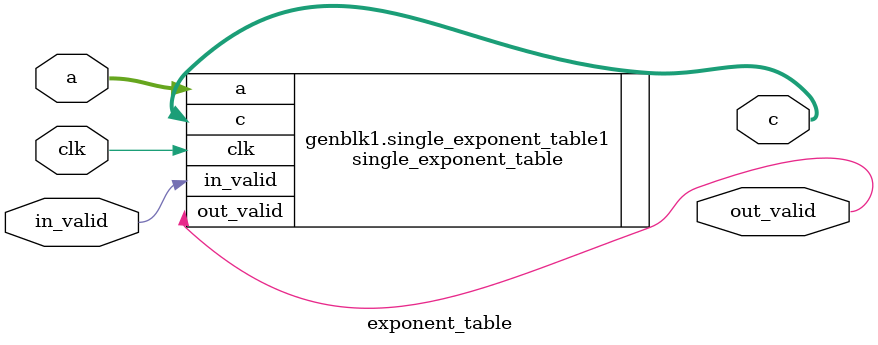
<source format=sv>
`timescale 1ns / 1ps

module exponent_table
#(parameter BITS = 32, PRECISION = "SINGLE", STEPS = 64, LIMIT = 8.0)
(
input clk,
input in_valid,
input [BITS-1:0] a,
output logic out_valid,
output logic [BITS-1:0] c
);

if (PRECISION == "SINGLE")
single_exponent_table
#(.STEPS(STEPS), .LIMIT(LIMIT))
single_exponent_table1
(
.clk,
.in_valid,
.a,
.out_valid,
.c
);

endmodule

</source>
